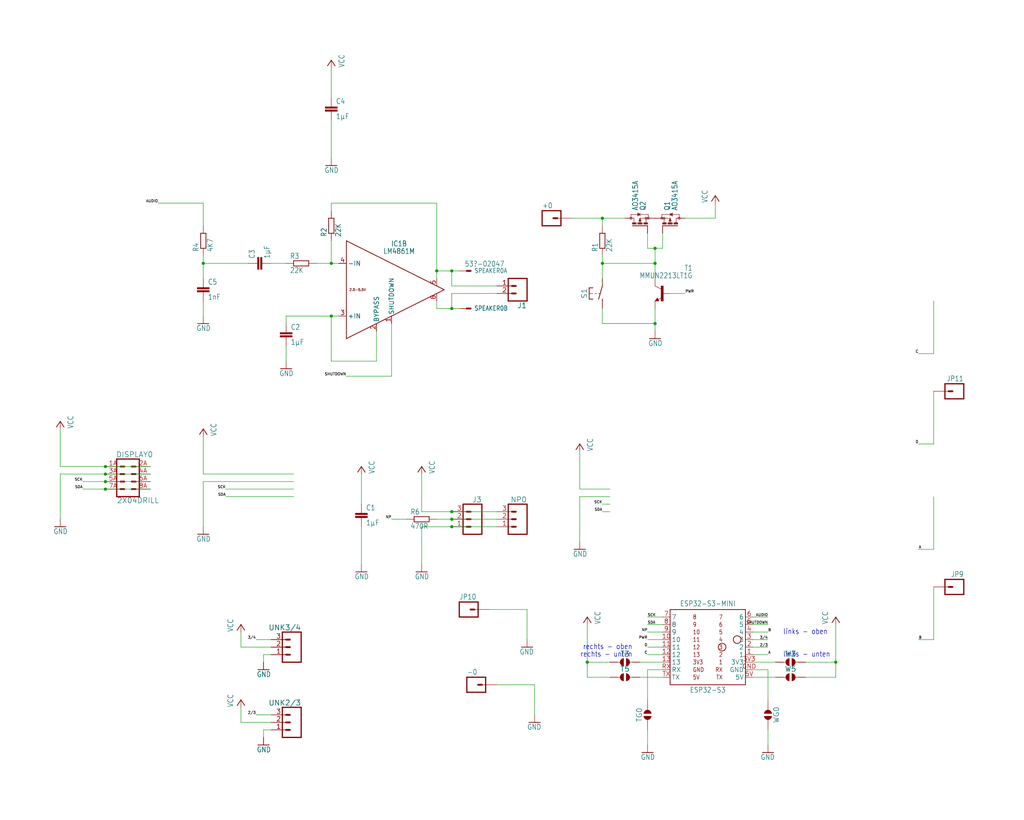
<source format=kicad_sch>
(kicad_sch (version 20250114) (generator "eeschema") (generator_version "9.0")
  (paper "User" 345.44 276.758)
  (lib_symbols
    (symbol "badge-pcb-eagle-import:2X04DRILL"
      (symbol "2X04DRILL_1_0"
        (polyline (pts (xy -3.81 7.62) (xy -3.81 -5.08)) (stroke (width 0.4064)))
        (polyline (pts (xy -3.81 7.62) (xy 3.81 7.62)) (stroke (width 0.4064)))
        (polyline (pts (xy -1.27 5.08) (xy -2.54 5.08)) (stroke (width 0.6096)))
        (polyline (pts (xy -1.27 2.54) (xy -2.54 2.54)) (stroke (width 0.6096)))
        (polyline (pts (xy -1.27 0) (xy -2.54 0)) (stroke (width 0.6096)))
        (polyline (pts (xy -1.27 -2.54) (xy -2.54 -2.54)) (stroke (width 0.6096)))
        (polyline (pts (xy 1.27 5.08) (xy 2.54 5.08)) (stroke (width 0.6096)))
        (polyline (pts (xy 1.27 2.54) (xy 2.54 2.54)) (stroke (width 0.6096)))
        (polyline (pts (xy 1.27 0) (xy 2.54 0)) (stroke (width 0.6096)))
        (polyline (pts (xy 1.27 -2.54) (xy 2.54 -2.54)) (stroke (width 0.6096)))
        (polyline (pts (xy 3.81 -5.08) (xy -3.81 -5.08)) (stroke (width 0.4064)))
        (polyline (pts (xy 3.81 -5.08) (xy 3.81 7.62)) (stroke (width 0.4064)))
        (pin passive line (at -7.62 5.08 0) (length 5.08) (name "1") (number "1A"))
        (pin passive line (at -7.62 2.54 0) (length 5.08) (name "3") (number "3A"))
        (pin passive line (at -7.62 0 0) (length 5.08) (name "5") (number "5A"))
        (pin passive line (at -7.62 -2.54 0) (length 5.08) (name "7") (number "7A"))
        (pin passive line (at 7.62 5.08 180) (length 5.08) (name "2") (number "2A"))
        (pin passive line (at 7.62 2.54 180) (length 5.08) (name "4") (number "4A"))
        (pin passive line (at 7.62 0 180) (length 5.08) (name "6") (number "6A"))
        (pin passive line (at 7.62 -2.54 180) (length 5.08) (name "8") (number "8A"))
      )
    )
    (symbol "badge-pcb-eagle-import:53?-02047"
      (property "Reference" "X" (at 2.54 -0.762 0))
      (symbol "53?-02047_1_0"
        (polyline (pts (xy 1.27 0) (xy 0 0)) (stroke (width 0.6096)))
        (pin passive line (at -2.54 0 0) (length 2.54) (name "S") (number "1"))
      )
      (symbol "53?-02047_2_0"
        (polyline (pts (xy 1.27 0) (xy 0 0)) (stroke (width 0.6096)))
        (pin passive line (at -2.54 0 0) (length 2.54) (name "S") (number "2"))
      )
    )
    (symbol "badge-pcb-eagle-import:BC847"
      (property "Reference" "T" (at -10.16 7.62 0))
      (symbol "BC847_1_0"
        (rectangle (start -0.254 -2.54) (end 0.508 2.54) (fill (type outline)))
        (polyline (pts (xy 1.27 -2.54) (xy 1.778 -1.524)) (stroke (width 0.1524)))
        (polyline (pts (xy 1.524 -2.286) (xy 1.905 -2.286)) (stroke (width 0.254)))
        (polyline (pts (xy 1.524 -2.413) (xy 2.286 -2.413)) (stroke (width 0.254)))
        (polyline (pts (xy 1.54 -2.04) (xy 0.308 -1.424)) (stroke (width 0.1524)))
        (polyline (pts (xy 1.778 -1.524) (xy 2.54 -2.54)) (stroke (width 0.1524)))
        (polyline (pts (xy 1.778 -1.778) (xy 1.524 -2.286)) (stroke (width 0.254)))
        (polyline (pts (xy 1.905 -2.286) (xy 1.778 -2.032)) (stroke (width 0.254)))
        (polyline (pts (xy 2.286 -2.413) (xy 1.778 -1.778)) (stroke (width 0.254)))
        (polyline (pts (xy 2.54 2.54) (xy 0.508 1.524)) (stroke (width 0.1524)))
        (polyline (pts (xy 2.54 -2.54) (xy 1.27 -2.54)) (stroke (width 0.1524)))
        (pin passive line (at -2.54 0 0) (length 2.54) (name "B") (number "1"))
        (pin passive line (at 2.54 5.08 270) (length 2.54) (name "C") (number "3"))
        (pin passive line (at 2.54 -5.08 90) (length 2.54) (name "E") (number "2"))
      )
    )
    (symbol "badge-pcb-eagle-import:C-EUC0603K"
      (property "Reference" "C" (at 1.524 0.381 0))
      (symbol "C-EUC0603K_1_0"
        (rectangle (start -2.032 -1.016) (end 2.032 -0.508) (fill (type outline)))
        (rectangle (start -2.032 -2.032) (end 2.032 -1.524) (fill (type outline)))
        (polyline (pts (xy 0 0) (xy 0 -0.508)) (stroke (width 0.1524)))
        (polyline (pts (xy 0 -2.54) (xy 0 -2.032)) (stroke (width 0.1524)))
        (pin passive line (at 0 2.54 270) (length 2.54) (name "1") (number "1"))
        (pin passive line (at 0 -5.08 90) (length 2.54) (name "2") (number "2"))
      )
    )
    (symbol "badge-pcb-eagle-import:CONN_02"
      (property "Reference" "J" (at -2.54 5.588 0))
      (symbol "CONN_02_1_0"
        (polyline (pts (xy -2.54 5.08) (xy -2.54 -2.54)) (stroke (width 0.4064)))
        (polyline (pts (xy -2.54 5.08) (xy 3.81 5.08)) (stroke (width 0.4064)))
        (polyline (pts (xy 1.27 2.54) (xy 2.54 2.54)) (stroke (width 0.6096)))
        (polyline (pts (xy 1.27 0) (xy 2.54 0)) (stroke (width 0.6096)))
        (polyline (pts (xy 3.81 -2.54) (xy -2.54 -2.54)) (stroke (width 0.4064)))
        (polyline (pts (xy 3.81 -2.54) (xy 3.81 5.08)) (stroke (width 0.4064)))
        (pin passive line (at 7.62 2.54 180) (length 5.08) (name "2") (number "2"))
        (pin passive line (at 7.62 0 180) (length 5.08) (name "1") (number "1"))
      )
    )
    (symbol "badge-pcb-eagle-import:CONN_03"
      (property "Reference" "J" (at -2.54 5.588 0))
      (symbol "CONN_03_1_0"
        (polyline (pts (xy -2.54 5.08) (xy -2.54 -5.08)) (stroke (width 0.4064)))
        (polyline (pts (xy -2.54 5.08) (xy 3.81 5.08)) (stroke (width 0.4064)))
        (polyline (pts (xy 1.27 2.54) (xy 2.54 2.54)) (stroke (width 0.6096)))
        (polyline (pts (xy 1.27 0) (xy 2.54 0)) (stroke (width 0.6096)))
        (polyline (pts (xy 1.27 -2.54) (xy 2.54 -2.54)) (stroke (width 0.6096)))
        (polyline (pts (xy 3.81 -5.08) (xy -2.54 -5.08)) (stroke (width 0.4064)))
        (polyline (pts (xy 3.81 -5.08) (xy 3.81 5.08)) (stroke (width 0.4064)))
        (pin passive line (at 7.62 2.54 180) (length 5.08) (name "3") (number "3"))
        (pin passive line (at 7.62 0 180) (length 5.08) (name "2") (number "2"))
        (pin passive line (at 7.62 -2.54 180) (length 5.08) (name "1") (number "1"))
      )
    )
    (symbol "badge-pcb-eagle-import:CONN_03LONGPADS"
      (property "Reference" "J" (at -2.54 5.588 0))
      (symbol "CONN_03LONGPADS_1_0"
        (polyline (pts (xy -2.54 5.08) (xy -2.54 -5.08)) (stroke (width 0.4064)))
        (polyline (pts (xy -2.54 5.08) (xy 3.81 5.08)) (stroke (width 0.4064)))
        (polyline (pts (xy 1.27 2.54) (xy 2.54 2.54)) (stroke (width 0.6096)))
        (polyline (pts (xy 1.27 0) (xy 2.54 0)) (stroke (width 0.6096)))
        (polyline (pts (xy 1.27 -2.54) (xy 2.54 -2.54)) (stroke (width 0.6096)))
        (polyline (pts (xy 3.81 -5.08) (xy -2.54 -5.08)) (stroke (width 0.4064)))
        (polyline (pts (xy 3.81 -5.08) (xy 3.81 5.08)) (stroke (width 0.4064)))
        (pin passive line (at 7.62 2.54 180) (length 5.08) (name "3") (number "3"))
        (pin passive line (at 7.62 0 180) (length 5.08) (name "2") (number "2"))
        (pin passive line (at 7.62 -2.54 180) (length 5.08) (name "1") (number "1"))
      )
    )
    (symbol "badge-pcb-eagle-import:ESP32-S3-MINI"
      (symbol "ESP32-S3-MINI_1_0"
        (polyline (pts (xy -12.7 12.7) (xy -12.7 -12.7)) (stroke (width 0.254)))
        (circle (center -9.906 -2.54) (radius 1.2951) (stroke (width 0.254)))
        (circle (center -4.826 0) (radius 1.2951) (stroke (width 0.254)))
        (polyline (pts (xy 12.7 12.7) (xy -12.7 12.7)) (stroke (width 0.254)))
        (polyline (pts (xy 12.7 12.7) (xy 12.7 -12.7)) (stroke (width 0.254)))
        (polyline (pts (xy 12.7 -12.7) (xy -12.7 -12.7)) (stroke (width 0.254)))
        (text "TX" (at -5.08 10.16 0) (effects (font (size 1.4224 1.209)) (justify left)))
        (text "RX" (at -5.08 7.62 0) (effects (font (size 1.4224 1.209)) (justify left)))
        (text "1" (at -5.08 5.08 0) (effects (font (size 1.4224 1.209)) (justify left)))
        (text "2" (at -5.08 2.54 0) (effects (font (size 1.4224 1.209)) (justify left)))
        (text "3" (at -5.08 0 0) (effects (font (size 1.4224 1.209)) (justify left)))
        (text "4" (at -5.08 -2.54 0) (effects (font (size 1.4224 1.209)) (justify left)))
        (text "5" (at -5.08 -5.08 0) (effects (font (size 1.4224 1.209)) (justify left)))
        (text "6" (at -5.08 -7.62 0) (effects (font (size 1.4224 1.209)) (justify left)))
        (text "7" (at -5.08 -10.16 0) (effects (font (size 1.4224 1.209)) (justify left)))
        (text "5V" (at 5.08 10.16 0) (effects (font (size 1.4224 1.209)) (justify right)))
        (text "GND" (at 5.08 7.62 0) (effects (font (size 1.4224 1.209)) (justify right)))
        (text "3V3" (at 5.08 5.08 0) (effects (font (size 1.4224 1.209)) (justify right)))
        (text "13" (at 5.08 2.54 0) (effects (font (size 1.4224 1.209)) (justify right)))
        (text "12" (at 5.08 0 0) (effects (font (size 1.4224 1.209)) (justify right)))
        (text "11" (at 5.08 -2.54 0) (effects (font (size 1.4224 1.209)) (justify right)))
        (text "10" (at 5.08 -5.08 0) (effects (font (size 1.4224 1.209)) (justify right)))
        (text "9" (at 5.08 -7.62 0) (effects (font (size 1.4224 1.209)) (justify right)))
        (text "8" (at 5.08 -10.16 0) (effects (font (size 1.4224 1.209)) (justify right)))
        (pin power_in line (at -15.24 10.16 0) (length 2.54) (name "5V") (number "5V"))
        (pin power_in line (at -15.24 7.62 0) (length 2.54) (name "GND") (number "GND"))
        (pin power_in line (at -15.24 5.08 0) (length 2.54) (name "3V3") (number "3V3"))
        (pin bidirectional line (at -15.24 2.54 0) (length 2.54) (name "1") (number "1"))
        (pin bidirectional line (at -15.24 0 0) (length 2.54) (name "2") (number "2"))
        (pin bidirectional line (at -15.24 -2.54 0) (length 2.54) (name "3") (number "3"))
        (pin bidirectional line (at -15.24 -5.08 0) (length 2.54) (name "4") (number "4"))
        (pin bidirectional line (at -15.24 -7.62 0) (length 2.54) (name "5") (number "5"))
        (pin bidirectional line (at -15.24 -10.16 0) (length 2.54) (name "6") (number "6"))
        (pin bidirectional line (at 15.24 10.16 180) (length 2.54) (name "TX") (number "TX"))
        (pin bidirectional line (at 15.24 7.62 180) (length 2.54) (name "RX") (number "RX"))
        (pin bidirectional line (at 15.24 5.08 180) (length 2.54) (name "13") (number "13"))
        (pin bidirectional line (at 15.24 2.54 180) (length 2.54) (name "12") (number "12"))
        (pin bidirectional line (at 15.24 0 180) (length 2.54) (name "11") (number "11"))
        (pin bidirectional line (at 15.24 -2.54 180) (length 2.54) (name "10") (number "10"))
        (pin bidirectional line (at 15.24 -5.08 180) (length 2.54) (name "9") (number "9"))
        (pin bidirectional line (at 15.24 -7.62 180) (length 2.54) (name "8") (number "8"))
        (pin bidirectional line (at 15.24 -10.16 180) (length 2.54) (name "7") (number "7"))
      )
    )
    (symbol "badge-pcb-eagle-import:GND" (power)
      (symbol "GND_1_0"
        (polyline (pts (xy -1.905 0) (xy 1.905 0)) (stroke (width 0.254)))
        (pin power_in line (at 0 2.54 270) (length 2.54) (name "GND") (number "1"))
      )
    )
    (symbol "badge-pcb-eagle-import:JUMPER-SMT_2_NO_SILK"
      (property "Reference" "JP" (at 0 2.794 0))
      (symbol "JUMPER-SMT_2_NO_SILK_1_0"
        (polyline (pts (xy -2.54 0) (xy -1.651 0)) (stroke (width 0.1524)))
        (arc (start -0.381 -1.27) (mid -1.651 0) (end -0.381 1.27) (stroke (width 0.0001)) (fill (type outline)))
        (arc (start 0.381 1.27) (mid 1.651 0) (end 0.381 -1.27) (stroke (width 0.0001)) (fill (type outline)))
        (polyline (pts (xy 2.54 0) (xy 1.651 0)) (stroke (width 0.1524)))
        (pin passive line (at -5.08 0 0) (length 2.54) (name "1") (number "1"))
        (pin passive line (at 5.08 0 180) (length 2.54) (name "2") (number "2"))
      )
    )
    (symbol "badge-pcb-eagle-import:LM4861M"
      (symbol "LM4861M_1_0"
        (text "VCC" (at 1.905 2.54 900) (effects (font (size 1.27 1.0795)) (justify left bottom)))
        (text "GND" (at 1.905 -6.35 900) (effects (font (size 1.27 1.0795)) (justify left bottom)))
        (pin power_in line (at 0 7.62 270) (length 5.08) (name "VCC") (number "6"))
        (pin power_in line (at 0 -7.62 90) (length 5.08) (name "GND") (number "7"))
      )
      (symbol "LM4861M_2_0"
        (polyline (pts (xy -12.7 15.24) (xy -12.7 -17.78)) (stroke (width 0.254)))
        (polyline (pts (xy -12.7 -17.78) (xy 20.32 -1.27)) (stroke (width 0.254)))
        (polyline (pts (xy 20.32 -1.27) (xy -12.7 15.24)) (stroke (width 0.254)))
        (text "2.0-5.5V" (at -8.89 -1.27 0) (effects (font (size 0.8128 0.8128))))
        (pin input line (at -15.24 7.62 0) (length 2.54) (name "-IN") (number "4"))
        (pin input line (at -15.24 -10.16 0) (length 2.54) (name "+IN") (number "3"))
        (pin bidirectional line (at -2.54 -15.24 90) (length 2.54) (name "BYPASS") (number "2"))
        (pin power_in line (at 2.54 -12.7 90) (length 2.54) (name "SHUTDOWN") (number "1"))
        (pin output line (at 17.78 2.54 270) (length 2.54) (name "VO1") (number "5"))
        (pin output line (at 17.78 -5.08 90) (length 2.54) (name "VO2") (number "8"))
      )
    )
    (symbol "badge-pcb-eagle-import:M01OFFSET"
      (property "Reference" "JP" (at -2.54 3.302 0))
      (symbol "M01OFFSET_1_0"
        (polyline (pts (xy -2.54 2.54) (xy -2.54 -2.54)) (stroke (width 0.4064)))
        (polyline (pts (xy -2.54 2.54) (xy 3.81 2.54)) (stroke (width 0.4064)))
        (polyline (pts (xy 1.27 0) (xy 2.54 0)) (stroke (width 0.6096)))
        (polyline (pts (xy 3.81 -2.54) (xy -2.54 -2.54)) (stroke (width 0.4064)))
        (polyline (pts (xy 3.81 -2.54) (xy 3.81 2.54)) (stroke (width 0.4064)))
        (pin passive line (at 7.62 0 180) (length 5.08) (name "1") (number "1"))
      )
    )
    (symbol "badge-pcb-eagle-import:M01PTH"
      (property "Reference" "JP" (at -2.54 3.302 0))
      (symbol "M01PTH_1_0"
        (polyline (pts (xy -2.54 2.54) (xy -2.54 -2.54)) (stroke (width 0.4064)))
        (polyline (pts (xy -2.54 2.54) (xy 3.81 2.54)) (stroke (width 0.4064)))
        (polyline (pts (xy 1.27 0) (xy 2.54 0)) (stroke (width 0.6096)))
        (polyline (pts (xy 3.81 -2.54) (xy -2.54 -2.54)) (stroke (width 0.4064)))
        (polyline (pts (xy 3.81 -2.54) (xy 3.81 2.54)) (stroke (width 0.4064)))
        (pin passive line (at 7.62 0 180) (length 5.08) (name "1") (number "1"))
      )
    )
    (symbol "badge-pcb-eagle-import:MOMENTARY-SWITCH-SPST-21138EM"
      (property "Reference" "S" (at 0 5.08 0))
      (symbol "MOMENTARY-SWITCH-SPST-21138EM_1_0"
        (polyline (pts (xy -2.54 0) (xy 1.905 1.27)) (stroke (width 0.254)))
        (polyline (pts (xy -1.905 4.445) (xy -1.905 3.175)) (stroke (width 0.254)))
        (polyline (pts (xy 0 4.445) (xy -1.905 4.445)) (stroke (width 0.254)))
        (polyline (pts (xy 0 4.445) (xy 0 3.175)) (stroke (width 0.1524)))
        (polyline (pts (xy 0 2.54) (xy 0 1.905)) (stroke (width 0.1524)))
        (polyline (pts (xy 0 1.27) (xy 0 0.635)) (stroke (width 0.1524)))
        (polyline (pts (xy 1.905 4.445) (xy 0 4.445)) (stroke (width 0.254)))
        (polyline (pts (xy 1.905 4.445) (xy 1.905 3.175)) (stroke (width 0.254)))
        (polyline (pts (xy 1.905 0) (xy 2.54 0)) (stroke (width 0.254)))
        (pin passive line (at -5.08 0 0) (length 2.54) (name "1") (number "1"))
        (pin passive line (at -5.08 0 0) (length 2.54) (name "1") (number "2"))
        (pin passive line (at 5.08 0 180) (length 2.54) (name "3") (number "3"))
        (pin passive line (at 5.08 0 180) (length 2.54) (name "3") (number "4"))
      )
    )
    (symbol "badge-pcb-eagle-import:P-CHANNEL_MOSFETIRLML2244TRPBF"
      (symbol "P-CHANNEL_MOSFETIRLML2244TRPBF_1_0"
        (polyline (pts (xy -2.54 2.54) (xy -2.54 -2.54)) (stroke (width 0.254)))
        (rectangle (start -2.032 1.27) (end -1.524 2.54) (fill (type outline)))
        (rectangle (start -2.032 -0.762) (end -1.524 0.762) (fill (type outline)))
        (rectangle (start -2.032 -2.54) (end -1.524 -1.27) (fill (type outline)))
        (polyline (pts (xy -1.524 2.032) (xy 0 2.032)) (stroke (width 0.1524)))
        (polyline (pts (xy -1.524 0) (xy -0.508 0)) (stroke (width 0.1524)))
        (polyline (pts (xy -1.524 -2.032) (xy 0 -2.032)) (stroke (width 0.1524)))
        (polyline (pts (xy -1.016 0.381) (xy -1.016 -0.381)) (stroke (width 0.1524)))
        (polyline (pts (xy -1.016 -0.381) (xy 0 0)) (stroke (width 0.1524)))
        (polyline (pts (xy -0.889 0.127) (xy -0.508 0)) (stroke (width 0.254)))
        (polyline (pts (xy -0.889 -0.127) (xy -0.889 0.127)) (stroke (width 0.254)))
        (polyline (pts (xy -0.508 0) (xy -0.381 0)) (stroke (width 0.1524)))
        (polyline (pts (xy -0.381 0) (xy -0.889 -0.127)) (stroke (width 0.254)))
        (polyline (pts (xy -0.381 0) (xy 0 0)) (stroke (width 0.1524)))
        (circle (center 0 2.794) (radius 0.3592))
        (circle (center 0 2.032) (radius 0.3592))
        (polyline (pts (xy 0 2.032) (xy 0 2.794)) (stroke (width 0.1524)))
        (polyline (pts (xy 0 0) (xy -1.016 0.381)) (stroke (width 0.1524)))
        (polyline (pts (xy 0 0) (xy 0 2.032)) (stroke (width 0.1524)))
        (polyline (pts (xy 0 -2.032) (xy 0 -2.54)) (stroke (width 0.1524)))
        (polyline (pts (xy 0 -3.048) (xy 1.27 -3.048)) (stroke (width 0.1524)))
        (circle (center 0 -3.048) (radius 0.3592))
        (polyline (pts (xy 0.762 0) (xy 1.778 0)) (stroke (width 0.1524)))
        (polyline (pts (xy 0.762 -0.762) (xy 1.778 -0.762)) (stroke (width 0.1524)))
        (polyline (pts (xy 1.016 -0.635) (xy 1.524 -0.635)) (stroke (width 0.254)))
        (polyline (pts (xy 1.27 2.794) (xy 0 2.794)) (stroke (width 0.1524)))
        (polyline (pts (xy 1.27 0) (xy 0.762 -0.762)) (stroke (width 0.1524)))
        (polyline (pts (xy 1.27 0) (xy 1.27 2.794)) (stroke (width 0.1524)))
        (polyline (pts (xy 1.27 -0.254) (xy 1.016 -0.635)) (stroke (width 0.254)))
        (polyline (pts (xy 1.27 -0.254) (xy 1.27 0)) (stroke (width 0.1524)))
        (polyline (pts (xy 1.27 -3.048) (xy 1.27 -0.254)) (stroke (width 0.1524)))
        (polyline (pts (xy 1.524 -0.635) (xy 1.27 -0.254)) (stroke (width 0.254)))
        (polyline (pts (xy 1.778 -0.762) (xy 1.27 0)) (stroke (width 0.1524)))
        (pin passive line (at -5.08 2.54 0) (length 2.54) (name "G") (number "1"))
        (pin passive line (at 0 5.08 270) (length 2.54) (name "S") (number "2"))
        (pin passive line (at 0 -5.08 90) (length 2.54) (name "D") (number "3"))
      )
    )
    (symbol "badge-pcb-eagle-import:R-EU_R0603"
      (property "Reference" "R" (at -3.81 1.4986 0))
      (symbol "R-EU_R0603_1_0"
        (polyline (pts (xy -2.54 -0.889) (xy -2.54 0.889)) (stroke (width 0.254)))
        (polyline (pts (xy -2.54 -0.889) (xy 2.54 -0.889)) (stroke (width 0.254)))
        (polyline (pts (xy 2.54 0.889) (xy -2.54 0.889)) (stroke (width 0.254)))
        (polyline (pts (xy 2.54 -0.889) (xy 2.54 0.889)) (stroke (width 0.254)))
        (pin passive line (at -5.08 0 0) (length 2.54) (name "1") (number "1"))
        (pin passive line (at 5.08 0 180) (length 2.54) (name "2") (number "2"))
      )
    )
    (symbol "badge-pcb-eagle-import:VCC" (power)
      (symbol "VCC_1_0"
        (polyline (pts (xy 0 0) (xy -1.27 -1.905)) (stroke (width 0.254)))
        (polyline (pts (xy 1.27 -1.905) (xy 0 0)) (stroke (width 0.254)))
        (pin power_in line (at 0 -2.54 90) (length 2.54) (name "VCC") (number "1"))
      )
    )
  )
  (text "rechts - unten" (at 213.36 220.98 0) (effects (font (size 1.778 1.5113)) (justify right)))
  (text "links - unten" (at 264.16 220.98 0) (effects (font (size 1.778 1.5113)) (justify left)))
  (text "links - oben" (at 264.16 213.36 0) (effects (font (size 1.778 1.5113)) (justify left)))
  (text "rechts - oben" (at 213.36 218.44 0) (effects (font (size 1.778 1.5113)) (justify right)))
  (junction (at 152.4 172.72))
  (junction (at 35.56 162.56))
  (junction (at 35.56 157.48))
  (junction (at 68.58 88.9))
  (junction (at 203.2 88.9))
  (junction (at 111.76 88.9))
  (junction (at 203.2 73.66))
  (junction (at 220.98 83.82))
  (junction (at 220.98 109.22))
  (junction (at 147.32 91.44))
  (junction (at 198.12 223.52))
  (junction (at 281.94 223.52))
  (junction (at 152.4 91.44))
  (junction (at 35.56 165.1))
  (junction (at 152.4 177.8))
  (junction (at 220.98 88.9))
  (junction (at 152.4 175.26))
  (junction (at 111.76 106.68))
  (junction (at 152.4 104.14))
  (junction (at 35.56 160.02))
  (wire (pts (xy 111.76 22.86) (xy 111.76 33.02)) (stroke (width 0.1524)))
  (wire (pts (xy 241.3 73.66) (xy 231.14 73.66)) (stroke (width 0.1524)))
  (wire (pts (xy 152.4 96.52) (xy 167.64 96.52)) (stroke (width 0.1524)))
  (wire (pts (xy 20.32 175.26) (xy 20.32 160.02)) (stroke (width 0.1524)))
  (wire (pts (xy 314.96 149.86) (xy 309.88 149.86)) (stroke (width 0.1524)))
  (wire (pts (xy 68.58 177.8) (xy 68.58 162.56)) (stroke (width 0.1524)))
  (wire (pts (xy 314.96 149.86) (xy 314.96 132.08)) (stroke (width 0.1524)))
  (wire (pts (xy 111.76 81.28) (xy 111.76 88.9)) (stroke (width 0.1524)))
  (wire (pts (xy 226.06 99.06) (xy 231.14 99.06)) (stroke (width 0.1524)))
  (wire (pts (xy 35.56 162.56) (xy 50.8 162.56)) (stroke (width 0.1524)))
  (wire (pts (xy 218.44 208.28) (xy 223.52 208.28)) (stroke (width 0.1524)))
  (wire (pts (xy 218.44 83.82) (xy 218.44 78.74)) (stroke (width 0.1524)))
  (wire (pts (xy 203.2 172.72) (xy 205.74 172.72)) (stroke (width 0.1524)))
  (wire (pts (xy 198.12 210.82) (xy 198.12 223.52)) (stroke (width 0.1524)))
  (wire (pts (xy 259.08 236.22) (xy 259.08 226.06)) (stroke (width 0.1524)))
  (wire (pts (xy 147.32 91.44) (xy 147.32 68.58)) (stroke (width 0.1524)))
  (wire (pts (xy 20.32 157.48) (xy 35.56 157.48)) (stroke (width 0.1524)))
  (wire (pts (xy 147.32 175.26) (xy 152.4 175.26)) (stroke (width 0.1524)))
  (wire (pts (xy 121.92 160.02) (xy 121.92 170.18)) (stroke (width 0.1524)))
  (wire (pts (xy 281.94 210.82) (xy 281.94 223.52)) (stroke (width 0.1524)))
  (wire (pts (xy 35.56 157.48) (xy 50.8 157.48)) (stroke (width 0.1524)))
  (wire (pts (xy 152.4 91.44) (xy 154.94 91.44)) (stroke (width 0.1524)))
  (wire (pts (xy 111.76 88.9) (xy 114.3 88.9)) (stroke (width 0.1524)))
  (wire (pts (xy 88.9 220.98) (xy 91.44 220.98)) (stroke (width 0.1524)))
  (wire (pts (xy 96.52 109.22) (xy 96.52 106.68)) (stroke (width 0.1524)))
  (wire (pts (xy 50.8 160.02) (xy 35.56 160.02)) (stroke (width 0.1524)))
  (wire (pts (xy 68.58 162.56) (xy 99.06 162.56)) (stroke (width 0.1524)))
  (wire (pts (xy 203.2 76.2) (xy 203.2 73.66)) (stroke (width 0.1524)))
  (wire (pts (xy 218.44 251.46) (xy 218.44 246.38)) (stroke (width 0.1524)))
  (wire (pts (xy 218.44 226.06) (xy 223.52 226.06)) (stroke (width 0.1524)))
  (wire (pts (xy 111.76 68.58) (xy 111.76 71.12)) (stroke (width 0.1524)))
  (wire (pts (xy 195.58 182.88) (xy 195.58 167.64)) (stroke (width 0.1524)))
  (wire (pts (xy 111.76 106.68) (xy 111.76 121.92)) (stroke (width 0.1524)))
  (wire (pts (xy 314.96 215.9) (xy 309.88 215.9)) (stroke (width 0.1524)))
  (wire (pts (xy 121.92 190.5) (xy 121.92 177.8)) (stroke (width 0.1524)))
  (wire (pts (xy 81.28 243.84) (xy 91.44 243.84)) (stroke (width 0.1524)))
  (wire (pts (xy 177.8 205.74) (xy 165.1 205.74)) (stroke (width 0.1524)))
  (wire (pts (xy 88.9 246.38) (xy 91.44 246.38)) (stroke (width 0.1524)))
  (wire (pts (xy 152.4 175.26) (xy 167.64 175.26)) (stroke (width 0.1524)))
  (wire (pts (xy 111.76 53.34) (xy 111.76 40.64)) (stroke (width 0.1524)))
  (wire (pts (xy 180.34 241.3) (xy 180.34 231.14)) (stroke (width 0.1524)))
  (wire (pts (xy 180.34 231.14) (xy 167.64 231.14)) (stroke (width 0.1524)))
  (wire (pts (xy 81.28 238.76) (xy 81.28 243.84)) (stroke (width 0.1524)))
  (wire (pts (xy 68.58 106.68) (xy 68.58 101.6)) (stroke (width 0.1524)))
  (wire (pts (xy 142.24 190.5) (xy 142.24 177.8)) (stroke (width 0.1524)))
  (wire (pts (xy 254 213.36) (xy 259.08 213.36)) (stroke (width 0.1524)))
  (wire (pts (xy 152.4 91.44) (xy 152.4 96.52)) (stroke (width 0.1524)))
  (wire (pts (xy 20.32 160.02) (xy 35.56 160.02)) (stroke (width 0.1524)))
  (wire (pts (xy 195.58 152.4) (xy 195.58 165.1)) (stroke (width 0.1524)))
  (wire (pts (xy 83.82 88.9) (xy 68.58 88.9)) (stroke (width 0.1524)))
  (wire (pts (xy 132.08 127) (xy 116.84 127)) (stroke (width 0.1524)))
  (wire (pts (xy 314.96 215.9) (xy 314.96 198.12)) (stroke (width 0.1524)))
  (wire (pts (xy 132.08 175.26) (xy 137.16 175.26)) (stroke (width 0.1524)))
  (wire (pts (xy 68.58 76.2) (xy 68.58 68.58)) (stroke (width 0.1524)))
  (wire (pts (xy 142.24 160.02) (xy 142.24 172.72)) (stroke (width 0.1524)))
  (wire (pts (xy 152.4 104.14) (xy 154.94 104.14)) (stroke (width 0.1524)))
  (wire (pts (xy 99.06 165.1) (xy 76.2 165.1)) (stroke (width 0.1524)))
  (wire (pts (xy 68.58 68.58) (xy 53.34 68.58)) (stroke (width 0.1524)))
  (wire (pts (xy 195.58 165.1) (xy 205.74 165.1)) (stroke (width 0.1524)))
  (wire (pts (xy 147.32 68.58) (xy 111.76 68.58)) (stroke (width 0.1524)))
  (wire (pts (xy 198.12 223.52) (xy 205.74 223.52)) (stroke (width 0.1524)))
  (wire (pts (xy 218.44 236.22) (xy 218.44 226.06)) (stroke (width 0.1524)))
  (wire (pts (xy 111.76 121.92) (xy 127 121.92)) (stroke (width 0.1524)))
  (wire (pts (xy 203.2 93.98) (xy 203.2 88.9)) (stroke (width 0.1524)))
  (wire (pts (xy 223.52 228.6) (xy 215.9 228.6)) (stroke (width 0.1524)))
  (wire (pts (xy 223.52 218.44) (xy 218.44 218.44)) (stroke (width 0.1524)))
  (wire (pts (xy 76.2 167.64) (xy 99.06 167.64)) (stroke (width 0.1524)))
  (wire (pts (xy 223.52 83.82) (xy 223.52 78.74)) (stroke (width 0.1524)))
  (wire (pts (xy 314.96 185.42) (xy 314.96 167.64)) (stroke (width 0.1524)))
  (wire (pts (xy 152.4 99.06) (xy 167.64 99.06)) (stroke (width 0.1524)))
  (wire (pts (xy 35.56 162.56) (xy 27.94 162.56)) (stroke (width 0.1524)))
  (wire (pts (xy 68.58 93.98) (xy 68.58 88.9)) (stroke (width 0.1524)))
  (wire (pts (xy 96.52 106.68) (xy 111.76 106.68)) (stroke (width 0.1524)))
  (wire (pts (xy 68.58 88.9) (xy 68.58 86.36)) (stroke (width 0.1524)))
  (wire (pts (xy 195.58 167.64) (xy 205.74 167.64)) (stroke (width 0.1524)))
  (wire (pts (xy 96.52 121.92) (xy 96.52 116.84)) (stroke (width 0.1524)))
  (wire (pts (xy 142.24 177.8) (xy 152.4 177.8)) (stroke (width 0.1524)))
  (wire (pts (xy 142.24 172.72) (xy 152.4 172.72)) (stroke (width 0.1524)))
  (wire (pts (xy 152.4 172.72) (xy 167.64 172.72)) (stroke (width 0.1524)))
  (wire (pts (xy 203.2 88.9) (xy 220.98 88.9)) (stroke (width 0.1524)))
  (wire (pts (xy 205.74 228.6) (xy 198.12 228.6)) (stroke (width 0.1524)))
  (wire (pts (xy 254 220.98) (xy 259.08 220.98)) (stroke (width 0.1524)))
  (wire (pts (xy 220.98 83.82) (xy 223.52 83.82)) (stroke (width 0.1524)))
  (wire (pts (xy 254 223.52) (xy 261.62 223.52)) (stroke (width 0.1524)))
  (wire (pts (xy 88.9 248.92) (xy 88.9 246.38)) (stroke (width 0.1524)))
  (wire (pts (xy 68.58 160.02) (xy 99.06 160.02)) (stroke (width 0.1524)))
  (wire (pts (xy 210.82 73.66) (xy 203.2 73.66)) (stroke (width 0.1524)))
  (wire (pts (xy 215.9 223.52) (xy 223.52 223.52)) (stroke (width 0.1524)))
  (wire (pts (xy 218.44 210.82) (xy 223.52 210.82)) (stroke (width 0.1524)))
  (wire (pts (xy 152.4 177.8) (xy 167.64 177.8)) (stroke (width 0.1524)))
  (wire (pts (xy 259.08 226.06) (xy 254 226.06)) (stroke (width 0.1524)))
  (wire (pts (xy 91.44 88.9) (xy 96.52 88.9)) (stroke (width 0.1524)))
  (wire (pts (xy 177.8 215.9) (xy 177.8 205.74)) (stroke (width 0.1524)))
  (wire (pts (xy 203.2 86.36) (xy 203.2 88.9)) (stroke (width 0.1524)))
  (wire (pts (xy 259.08 251.46) (xy 259.08 246.38)) (stroke (width 0.1524)))
  (wire (pts (xy 223.52 213.36) (xy 218.44 213.36)) (stroke (width 0.1524)))
  (wire (pts (xy 281.94 228.6) (xy 281.94 223.52)) (stroke (width 0.1524)))
  (wire (pts (xy 198.12 228.6) (xy 198.12 223.52)) (stroke (width 0.1524)))
  (wire (pts (xy 147.32 93.98) (xy 147.32 91.44)) (stroke (width 0.1524)))
  (wire (pts (xy 220.98 109.22) (xy 220.98 104.14)) (stroke (width 0.1524)))
  (wire (pts (xy 314.96 119.38) (xy 314.96 101.6)) (stroke (width 0.1524)))
  (wire (pts (xy 147.32 91.44) (xy 152.4 91.44)) (stroke (width 0.1524)))
  (wire (pts (xy 114.3 106.68) (xy 111.76 106.68)) (stroke (width 0.1524)))
  (wire (pts (xy 81.28 218.44) (xy 91.44 218.44)) (stroke (width 0.1524)))
  (wire (pts (xy 147.32 101.6) (xy 147.32 104.14)) (stroke (width 0.1524)))
  (wire (pts (xy 254 215.9) (xy 259.08 215.9)) (stroke (width 0.1524)))
  (wire (pts (xy 254 208.28) (xy 259.08 208.28)) (stroke (width 0.1524)))
  (wire (pts (xy 314.96 119.38) (xy 309.88 119.38)) (stroke (width 0.1524)))
  (wire (pts (xy 254 210.82) (xy 259.08 210.82)) (stroke (width 0.1524)))
  (wire (pts (xy 271.78 228.6) (xy 281.94 228.6)) (stroke (width 0.1524)))
  (wire (pts (xy 220.98 88.9) (xy 220.98 83.82)) (stroke (width 0.1524)))
  (wire (pts (xy 220.98 83.82) (xy 218.44 83.82)) (stroke (width 0.1524)))
  (wire (pts (xy 223.52 215.9) (xy 218.44 215.9)) (stroke (width 0.1524)))
  (wire (pts (xy 111.76 88.9) (xy 106.68 88.9)) (stroke (width 0.1524)))
  (wire (pts (xy 132.08 109.22) (xy 132.08 127)) (stroke (width 0.1524)))
  (wire (pts (xy 223.52 220.98) (xy 218.44 220.98)) (stroke (width 0.1524)))
  (wire (pts (xy 241.3 68.58) (xy 241.3 73.66)) (stroke (width 0.1524)))
  (wire (pts (xy 220.98 109.22) (xy 203.2 109.22)) (stroke (width 0.1524)))
  (wire (pts (xy 27.94 165.1) (xy 35.56 165.1)) (stroke (width 0.1524)))
  (wire (pts (xy 281.94 223.52) (xy 271.78 223.52)) (stroke (width 0.1524)))
  (wire (pts (xy 203.2 73.66) (xy 193.04 73.66)) (stroke (width 0.1524)))
  (wire (pts (xy 91.44 215.9) (xy 86.36 215.9)) (stroke (width 0.1524)))
  (wire (pts (xy 88.9 223.52) (xy 88.9 220.98)) (stroke (width 0.1524)))
  (wire (pts (xy 254 228.6) (xy 261.62 228.6)) (stroke (width 0.1524)))
  (wire (pts (xy 220.98 93.98) (xy 220.98 88.9)) (stroke (width 0.1524)))
  (wire (pts (xy 147.32 104.14) (xy 152.4 104.14)) (stroke (width 0.1524)))
  (wire (pts (xy 203.2 109.22) (xy 203.2 104.14)) (stroke (width 0.1524)))
  (wire (pts (xy 81.28 213.36) (xy 81.28 218.44)) (stroke (width 0.1524)))
  (wire (pts (xy 205.74 170.18) (xy 203.2 170.18)) (stroke (width 0.1524)))
  (wire (pts (xy 127 121.92) (xy 127 111.76)) (stroke (width 0.1524)))
  (wire (pts (xy 152.4 104.14) (xy 152.4 99.06)) (stroke (width 0.1524)))
  (wire (pts (xy 50.8 165.1) (xy 35.56 165.1)) (stroke (width 0.1524)))
  (wire (pts (xy 314.96 185.42) (xy 309.88 185.42)) (stroke (width 0.1524)))
  (wire (pts (xy 68.58 147.32) (xy 68.58 160.02)) (stroke (width 0.1524)))
  (wire (pts (xy 20.32 144.78) (xy 20.32 157.48)) (stroke (width 0.1524)))
  (wire (pts (xy 220.98 111.76) (xy 220.98 109.22)) (stroke (width 0.1524)))
  (wire (pts (xy 91.44 241.3) (xy 86.36 241.3)) (stroke (width 0.1524)))
  (wire (pts (xy 254 218.44) (xy 259.08 218.44)) (stroke (width 0.1524)))
  (label "SCK" (at 27.94 162.56 180) (effects (font (size 0.889 0.889))))
  (label "SHUTDOWN" (at 259.08 210.82 180) (effects (font (size 0.889 0.889))))
  (label "3/4" (at 259.08 215.9 180) (effects (font (size 0.889 0.889))))
  (label "B" (at 259.08 213.36 0) (effects (font (size 0.889 0.889))))
  (label "AUDIO" (at 259.08 208.28 180) (effects (font (size 0.889 0.889))))
  (label "2/3" (at 259.08 218.44 180) (effects (font (size 0.889 0.889))))
  (label "D" (at 218.44 218.44 180) (effects (font (size 0.889 0.889))))
  (label "SCK" (at 76.2 165.1 180) (effects (font (size 0.889 0.889))))
  (label "SCK" (at 218.44 208.28 0) (effects (font (size 0.889 0.889))))
  (label "SDA" (at 203.2 172.72 180) (effects (font (size 0.889 0.889))))
  (label "SDA" (at 76.2 167.64 180) (effects (font (size 0.889 0.889))))
  (label "AUDIO" (at 53.34 68.58 180) (effects (font (size 0.889 0.889))))
  (label "C" (at 309.88 119.38 180) (effects (font (size 0.889 0.889))))
  (label "NP" (at 218.44 213.36 180) (effects (font (size 0.889 0.889))))
  (label "2/3" (at 86.36 241.3 180) (effects (font (size 0.889 0.889))))
  (label "SCK" (at 203.2 170.18 180) (effects (font (size 0.889 0.889))))
  (label "A" (at 309.88 185.42 0) (effects (font (size 0.889 0.889))))
  (label "PWR" (at 218.44 215.9 180) (effects (font (size 0.889 0.889))))
  (label "SHUTDOWN" (at 116.84 127 180) (effects (font (size 0.889 0.889))))
  (label "NP" (at 132.08 175.26 180) (effects (font (size 0.889 0.889))))
  (label "A" (at 259.08 220.98 0) (effects (font (size 0.889 0.889))))
  (label "SDA" (at 218.44 210.82 0) (effects (font (size 0.889 0.889))))
  (label "D" (at 309.88 149.86 180) (effects (font (size 0.889 0.889))))
  (label "3/4" (at 86.36 215.9 180) (effects (font (size 0.889 0.889))))
  (label "C" (at 218.44 220.98 180) (effects (font (size 0.889 0.889))))
  (label "PWR" (at 231.14 99.06 0) (effects (font (size 0.889 0.889))))
  (label "B" (at 309.88 215.9 0) (effects (font (size 0.889 0.889))))
  (label "SDA" (at 27.94 165.1 180) (effects (font (size 0.889 0.889))))
  (symbol (lib_id "badge-pcb-eagle-import:CONN_03LONGPADS") (at 175.26 175.26 0) (mirror y) (unit 1)
    (property "Reference" "NP0" (at 177.8 169.672 0) (effects (font (size 1.778 1.778)) (justify left bottom)))
    (property "Value" "455-1750-1-ND" (effects (hide yes)))
    (property "Footprint" "badge-pcb:1X03_LONGPADS" (effects (hide yes)))
  )
  (symbol (lib_id "badge-pcb-eagle-import:GND") (at 142.24 193.04 0) (mirror y) (unit 1)
    (property "Reference" "#GND7" (effects (hide yes)))
    (property "Value" "GND" (at 144.78 195.58 0) (effects (font (size 1.778 1.5113)) (justify left bottom)))
  )
  (symbol (lib_id "badge-pcb-eagle-import:R-EU_R0603") (at 142.24 175.26 0) (unit 1)
    (property "Reference" "R6" (at 138.43 173.7614 0) (effects (font (size 1.778 1.5113)) (justify left bottom)))
    (property "Value" "470R" (at 138.43 178.562 0) (effects (font (size 1.778 1.5113)) (justify left bottom)))
    (property "Footprint" "badge-pcb:R0603" (effects (hide yes)))
  )
  (symbol (lib_id "badge-pcb-eagle-import:GND") (at 96.52 124.46 0) (mirror y) (unit 1)
    (property "Reference" "#GND14" (effects (hide yes)))
    (property "Value" "GND" (at 99.06 127 0) (effects (font (size 1.778 1.5113)) (justify left bottom)))
  )
  (symbol (lib_id "badge-pcb-eagle-import:GND") (at 218.44 254 0) (mirror y) (unit 1)
    (property "Reference" "#GND2" (effects (hide yes)))
    (property "Value" "GND" (at 220.98 256.54 0) (effects (font (size 1.778 1.5113)) (justify left bottom)))
  )
  (symbol (lib_id "badge-pcb-eagle-import:CONN_03") (at 99.06 243.84 0) (mirror y) (unit 1)
    (property "Reference" "UNK2/3" (at 101.6 238.252 0) (effects (font (size 1.778 1.778)) (justify left bottom)))
    (property "Value" "455-1750-1-ND" (effects (hide yes)))
    (property "Footprint" "badge-pcb:1X03" (effects (hide yes)))
  )
  (symbol (lib_id "badge-pcb-eagle-import:2X04DRILL") (at 43.18 162.56 0) (unit 1)
    (property "Reference" "DISPLAY0" (at 39.116 154.432 0) (effects (font (size 1.778 1.778)) (justify left bottom)))
    (property "Value" "2X04DRILL" (at 39.37 169.926 0) (effects (font (size 1.778 1.778)) (justify left bottom)))
    (property "Footprint" "badge-pcb:2X4-DRILL" (effects (hide yes)))
  )
  (symbol (lib_id "badge-pcb-eagle-import:JUMPER-SMT_2_NO_SILK") (at 210.82 223.52 0) (unit 1)
    (property "Reference" "T3" (at 210.82 220.726 0) (effects (font (size 1.778 1.778))))
    (property "Value" "JUMPER-SMT_2_NO_SILK" (effects (hide yes)))
    (property "Footprint" "badge-pcb:SMT-JUMPER_2_NO_SILK" (effects (hide yes)))
  )
  (symbol (lib_id "badge-pcb-eagle-import:JUMPER-SMT_2_NO_SILK") (at 259.08 241.3 270) (mirror x) (unit 1)
    (property "Reference" "WG0" (at 261.874 241.3 0) (effects (font (size 1.778 1.778))))
    (property "Value" "JUMPER-SMT_2_NO_SILK" (effects (hide yes)))
    (property "Footprint" "badge-pcb:SMT-JUMPER_2_NO_SILK" (effects (hide yes)))
  )
  (symbol (lib_id "badge-pcb-eagle-import:R-EU_R0603") (at 203.2 81.28 90) (unit 1)
    (property "Reference" "R1" (at 201.7014 85.09 0) (effects (font (size 1.778 1.5113)) (justify left bottom)))
    (property "Value" "22K" (at 206.502 85.09 0) (effects (font (size 1.778 1.5113)) (justify left bottom)))
    (property "Footprint" "badge-pcb:R0603" (effects (hide yes)))
  )
  (symbol (lib_id "badge-pcb-eagle-import:GND") (at 20.32 177.8 0) (mirror y) (unit 1)
    (property "Reference" "#GND9" (effects (hide yes)))
    (property "Value" "GND" (at 22.86 180.34 0) (effects (font (size 1.778 1.5113)) (justify left bottom)))
  )
  (symbol (lib_id "badge-pcb-eagle-import:M01OFFSET") (at 160.02 231.14 0) (unit 1)
    (property "Reference" "-0" (at 157.48 227.838 0) (effects (font (size 1.778 1.5113)) (justify left bottom)))
    (property "Value" "M01OFFSET" (effects (hide yes)))
    (property "Footprint" "badge-pcb:1X01_OFFSET" (effects (hide yes)))
  )
  (symbol (lib_id "badge-pcb-eagle-import:MOMENTARY-SWITCH-SPST-21138EM") (at 203.2 99.06 90) (mirror x) (unit 1)
    (property "Reference" "S1" (at 198.12 99.06 0) (effects (font (size 1.778 1.778)) (justify bottom)))
    (property "Value" "MOMENTARY-SWITCH-SPST-21138EM" (effects (hide yes)))
    (property "Footprint" "badge-pcb:JTP-1138EM" (effects (hide yes)))
  )
  (symbol (lib_id "badge-pcb-eagle-import:GND") (at 88.9 251.46 0) (mirror y) (unit 1)
    (property "Reference" "#GND10" (effects (hide yes)))
    (property "Value" "GND" (at 91.44 254 0) (effects (font (size 1.778 1.5113)) (justify left bottom)))
  )
  (symbol (lib_id "badge-pcb-eagle-import:GND") (at 88.9 226.06 0) (mirror y) (unit 1)
    (property "Reference" "#GND8" (effects (hide yes)))
    (property "Value" "GND" (at 91.44 228.6 0) (effects (font (size 1.778 1.5113)) (justify left bottom)))
  )
  (symbol (lib_id "badge-pcb-eagle-import:P-CHANNEL_MOSFETIRLML2244TRPBF") (at 226.06 73.66 90) (unit 1)
    (property "Reference" "Q1" (at 226.06 71.12 0) (effects (font (size 1.778 1.5113)) (justify left bottom)))
    (property "Value" "AO3415A" (at 228.6 71.12 0) (effects (font (size 1.778 1.5113)) (justify left bottom)))
    (property "Footprint" "badge-pcb:SOT23-3PIN" (effects (hide yes)))
  )
  (symbol (lib_id "badge-pcb-eagle-import:CONN_03LONGPADS") (at 160.02 175.26 0) (mirror y) (unit 1)
    (property "Reference" "J3" (at 162.56 169.672 0) (effects (font (size 1.778 1.778)) (justify left bottom)))
    (property "Value" "455-1750-1-ND" (effects (hide yes)))
    (property "Footprint" "badge-pcb:1X03_LONGPADS" (effects (hide yes)))
  )
  (symbol (lib_id "badge-pcb-eagle-import:C-EUC0603K") (at 121.92 172.72 0) (unit 1)
    (property "Reference" "C1" (at 123.444 172.339 0) (effects (font (size 1.778 1.5113)) (justify left bottom)))
    (property "Value" "1µF" (at 123.444 177.419 0) (effects (font (size 1.778 1.5113)) (justify left bottom)))
    (property "Footprint" "badge-pcb:C0603K" (effects (hide yes)))
  )
  (symbol (lib_id "badge-pcb-eagle-import:VCC") (at 111.76 20.32 0) (mirror y) (unit 1)
    (property "Reference" "#P+9" (effects (hide yes)))
    (property "Value" "VCC" (at 114.3 22.86 90) (effects (font (size 1.778 1.5113)) (justify left bottom)))
  )
  (symbol (lib_id "badge-pcb-eagle-import:ESP32-S3-MINI") (at 238.76 218.44 180) (unit 1)
    (property "Reference" "ESP32-S3" (at 238.76 231.902 0) (effects (font (size 1.778 1.5113)) (justify bottom)))
    (property "Value" "ESP32-S3-MINI" (at 238.76 204.724 0) (effects (font (size 1.778 1.5113)) (justify top)))
    (property "Footprint" "badge-pcb:ESP32-S3-MINI" (effects (hide yes)))
  )
  (symbol (lib_id "badge-pcb-eagle-import:VCC") (at 121.92 157.48 0) (mirror y) (unit 1)
    (property "Reference" "#P+12" (effects (hide yes)))
    (property "Value" "VCC" (at 124.46 160.02 90) (effects (font (size 1.778 1.5113)) (justify left bottom)))
  )
  (symbol (lib_id "badge-pcb-eagle-import:JUMPER-SMT_2_NO_SILK") (at 266.7 223.52 0) (mirror y) (unit 1)
    (property "Reference" "W3" (at 266.7 220.726 0) (effects (font (size 1.778 1.778))))
    (property "Value" "JUMPER-SMT_2_NO_SILK" (effects (hide yes)))
    (property "Footprint" "badge-pcb:SMT-JUMPER_2_NO_SILK" (effects (hide yes)))
  )
  (symbol (lib_id "badge-pcb-eagle-import:GND") (at 180.34 243.84 0) (unit 1)
    (property "Reference" "#GND1" (effects (hide yes)))
    (property "Value" "GND" (at 177.8 246.38 0) (effects (font (size 1.778 1.5113)) (justify left bottom)))
  )
  (symbol (lib_id "badge-pcb-eagle-import:LM4861M") (at 129.54 96.52 0) (unit 2)
    (property "Reference" "IC1" (at 134.62 81.28 0) (effects (font (size 1.778 1.5113)) (justify top)))
    (property "Value" "LM4861M" (at 134.62 83.82 0) (effects (font (size 1.778 1.5113)) (justify top)))
    (property "Footprint" "badge-pcb:SOIC8" (effects (hide yes)))
  )
  (symbol (lib_id "badge-pcb-eagle-import:C-EUC0603K") (at 111.76 35.56 0) (unit 1)
    (property "Reference" "C4" (at 113.284 35.179 0) (effects (font (size 1.778 1.5113)) (justify left bottom)))
    (property "Value" "1µF" (at 113.284 40.259 0) (effects (font (size 1.778 1.5113)) (justify left bottom)))
    (property "Footprint" "badge-pcb:C0603K" (effects (hide yes)))
  )
  (symbol (lib_id "badge-pcb-eagle-import:VCC") (at 198.12 208.28 0) (mirror y) (unit 1)
    (property "Reference" "#P+2" (effects (hide yes)))
    (property "Value" "VCC" (at 200.66 210.82 90) (effects (font (size 1.778 1.5113)) (justify left bottom)))
  )
  (symbol (lib_id "badge-pcb-eagle-import:GND") (at 195.58 185.42 0) (mirror y) (unit 1)
    (property "Reference" "#GND4" (effects (hide yes)))
    (property "Value" "GND" (at 198.12 187.96 0) (effects (font (size 1.778 1.5113)) (justify left bottom)))
  )
  (symbol (lib_id "badge-pcb-eagle-import:P-CHANNEL_MOSFETIRLML2244TRPBF") (at 215.9 73.66 270) (mirror x) (unit 1)
    (property "Reference" "Q2" (at 215.9 71.12 0) (effects (font (size 1.778 1.5113)) (justify left bottom)))
    (property "Value" "AO3415A" (at 213.36 71.12 0) (effects (font (size 1.778 1.5113)) (justify left bottom)))
    (property "Footprint" "badge-pcb:SOT23-3PIN" (effects (hide yes)))
  )
  (symbol (lib_id "badge-pcb-eagle-import:C-EUC0603K") (at 96.52 111.76 0) (unit 1)
    (property "Reference" "C2" (at 98.044 111.379 0) (effects (font (size 1.778 1.5113)) (justify left bottom)))
    (property "Value" "1µF" (at 98.044 116.459 0) (effects (font (size 1.778 1.5113)) (justify left bottom)))
    (property "Footprint" "badge-pcb:C0603K" (effects (hide yes)))
  )
  (symbol (lib_id "badge-pcb-eagle-import:R-EU_R0603") (at 101.6 88.9 0) (unit 1)
    (property "Reference" "R3" (at 97.79 87.4014 0) (effects (font (size 1.778 1.5113)) (justify left bottom)))
    (property "Value" "22K" (at 97.79 92.202 0) (effects (font (size 1.778 1.5113)) (justify left bottom)))
    (property "Footprint" "badge-pcb:R0603" (effects (hide yes)))
  )
  (symbol (lib_id "badge-pcb-eagle-import:VCC") (at 81.28 210.82 0) (unit 1)
    (property "Reference" "#P+8" (effects (hide yes)))
    (property "Value" "VCC" (at 78.74 213.36 90) (effects (font (size 1.778 1.5113)) (justify left bottom)))
  )
  (symbol (lib_id "badge-pcb-eagle-import:VCC") (at 68.58 144.78 0) (mirror y) (unit 1)
    (property "Reference" "#P+6" (effects (hide yes)))
    (property "Value" "VCC" (at 71.12 147.32 90) (effects (font (size 1.778 1.5113)) (justify left bottom)))
  )
  (symbol (lib_id "badge-pcb-eagle-import:M01PTH") (at 157.48 205.74 0) (unit 1)
    (property "Reference" "JP10" (at 154.94 202.438 0) (effects (font (size 1.778 1.5113)) (justify left bottom)))
    (property "Value" "M01PTH" (effects (hide yes)))
    (property "Footprint" "badge-pcb:M01_1X01" (effects (hide yes)))
  )
  (symbol (lib_id "badge-pcb-eagle-import:BC847") (at 223.52 99.06 0) (mirror y) (unit 1)
    (property "Reference" "T1" (at 233.68 91.44 0) (effects (font (size 1.778 1.5113)) (justify left bottom)))
    (property "Value" "MMUN2213LT1G" (at 233.68 93.98 0) (effects (font (size 1.778 1.5113)) (justify left bottom)))
    (property "Footprint" "badge-pcb:SOT23" (effects (hide yes)))
  )
  (symbol (lib_id "badge-pcb-eagle-import:GND") (at 177.8 218.44 0) (unit 1)
    (property "Reference" "#GND15" (effects (hide yes)))
    (property "Value" "GND" (at 175.26 220.98 0) (effects (font (size 1.778 1.5113)) (justify left bottom)))
  )
  (symbol (lib_id "badge-pcb-eagle-import:C-EUC0603K") (at 86.36 88.9 90) (unit 1)
    (property "Reference" "C3" (at 85.979 87.376 0) (effects (font (size 1.778 1.5113)) (justify left bottom)))
    (property "Value" "1µF" (at 91.059 87.376 0) (effects (font (size 1.778 1.5113)) (justify left bottom)))
    (property "Footprint" "badge-pcb:C0603K" (effects (hide yes)))
  )
  (symbol (lib_id "badge-pcb-eagle-import:C-EUC0603K") (at 68.58 96.52 0) (unit 1)
    (property "Reference" "C5" (at 70.104 96.139 0) (effects (font (size 1.778 1.5113)) (justify left bottom)))
    (property "Value" "1nF" (at 70.104 101.219 0) (effects (font (size 1.778 1.5113)) (justify left bottom)))
    (property "Footprint" "badge-pcb:C0603K" (effects (hide yes)))
  )
  (symbol (lib_id "badge-pcb-eagle-import:CONN_03") (at 99.06 218.44 0) (mirror y) (unit 1)
    (property "Reference" "UNK3/4" (at 101.6 212.852 0) (effects (font (size 1.778 1.778)) (justify left bottom)))
    (property "Value" "455-1750-1-ND" (effects (hide yes)))
    (property "Footprint" "badge-pcb:1X03" (effects (hide yes)))
  )
  (symbol (lib_id "badge-pcb-eagle-import:GND") (at 259.08 254 0) (unit 1)
    (property "Reference" "#GND3" (effects (hide yes)))
    (property "Value" "GND" (at 256.54 256.54 0) (effects (font (size 1.778 1.5113)) (justify left bottom)))
  )
  (symbol (lib_id "badge-pcb-eagle-import:VCC") (at 20.32 142.24 0) (mirror y) (unit 1)
    (property "Reference" "#P+3" (effects (hide yes)))
    (property "Value" "VCC" (at 22.86 144.78 90) (effects (font (size 1.778 1.5113)) (justify left bottom)))
  )
  (symbol (lib_id "badge-pcb-eagle-import:GND") (at 220.98 114.3 0) (mirror y) (unit 1)
    (property "Reference" "#GND5" (effects (hide yes)))
    (property "Value" "GND" (at 223.52 116.84 0) (effects (font (size 1.778 1.5113)) (justify left bottom)))
  )
  (symbol (lib_id "badge-pcb-eagle-import:53?-02047") (at 157.48 104.14 0) (unit 2)
    (property "Reference" "SPEAKER0" (at 160.02 104.902 0) (effects (font (size 1.524 1.2954)) (justify left bottom)))
    (property "Value" "53?-02047" (effects (hide yes)))
    (property "Footprint" "badge-pcb:53047-02" (effects (hide yes)))
  )
  (symbol (lib_id "badge-pcb-eagle-import:GND") (at 111.76 55.88 0) (mirror y) (unit 1)
    (property "Reference" "#GND11" (effects (hide yes)))
    (property "Value" "GND" (at 114.3 58.42 0) (effects (font (size 1.778 1.5113)) (justify left bottom)))
  )
  (symbol (lib_id "badge-pcb-eagle-import:JUMPER-SMT_2_NO_SILK") (at 266.7 228.6 0) (mirror y) (unit 1)
    (property "Reference" "W5" (at 266.7 225.806 0) (effects (font (size 1.778 1.778))))
    (property "Value" "JUMPER-SMT_2_NO_SILK" (effects (hide yes)))
    (property "Footprint" "badge-pcb:SMT-JUMPER_2_NO_SILK" (effects (hide yes)))
  )
  (symbol (lib_id "badge-pcb-eagle-import:53?-02047") (at 157.48 91.44 0) (unit 1)
    (property "Reference" "SPEAKER0" (at 160.02 92.202 0) (effects (font (size 1.524 1.2954)) (justify left bottom)))
    (property "Value" "53?-02047" (at 156.718 90.043 0) (effects (font (size 1.778 1.5113)) (justify left bottom)))
    (property "Footprint" "badge-pcb:53047-02" (effects (hide yes)))
  )
  (symbol (lib_id "badge-pcb-eagle-import:CONN_02") (at 175.26 96.52 180) (unit 1)
    (property "Reference" "J1" (at 177.8 102.108 0) (effects (font (size 1.778 1.778)) (justify left bottom)))
    (property "Value" "CONN_02" (effects (hide yes)))
    (property "Footprint" "badge-pcb:1X02" (effects (hide yes)))
  )
  (symbol (lib_id "badge-pcb-eagle-import:M01OFFSET") (at 185.42 73.66 0) (unit 1)
    (property "Reference" "+0" (at 182.88 70.358 0) (effects (font (size 1.778 1.5113)) (justify left bottom)))
    (property "Value" "M01OFFSET" (effects (hide yes)))
    (property "Footprint" "badge-pcb:1X01_OFFSET" (effects (hide yes)))
  )
  (symbol (lib_id "badge-pcb-eagle-import:VCC") (at 81.28 236.22 0) (unit 1)
    (property "Reference" "#P+10" (effects (hide yes)))
    (property "Value" "VCC" (at 78.74 238.76 90) (effects (font (size 1.778 1.5113)) (justify left bottom)))
  )
  (symbol (lib_id "badge-pcb-eagle-import:VCC") (at 142.24 157.48 0) (mirror y) (unit 1)
    (property "Reference" "#P+7" (effects (hide yes)))
    (property "Value" "VCC" (at 144.78 160.02 90) (effects (font (size 1.778 1.5113)) (justify left bottom)))
  )
  (symbol (lib_id "badge-pcb-eagle-import:GND") (at 68.58 109.22 0) (mirror y) (unit 1)
    (property "Reference" "#GND13" (effects (hide yes)))
    (property "Value" "GND" (at 71.12 111.76 0) (effects (font (size 1.778 1.5113)) (justify left bottom)))
  )
  (symbol (lib_id "badge-pcb-eagle-import:JUMPER-SMT_2_NO_SILK") (at 218.44 241.3 90) (unit 1)
    (property "Reference" "TG0" (at 215.646 241.3 0) (effects (font (size 1.778 1.778))))
    (property "Value" "JUMPER-SMT_2_NO_SILK" (effects (hide yes)))
    (property "Footprint" "badge-pcb:SMT-JUMPER_2_NO_SILK" (effects (hide yes)))
  )
  (symbol (lib_id "badge-pcb-eagle-import:M01OFFSET") (at 322.58 132.08 180) (unit 1)
    (property "Reference" "JP11" (at 325.12 128.778 0) (effects (font (size 1.778 1.5113)) (justify left top)))
    (property "Value" "M01OFFSET" (effects (hide yes)))
    (property "Footprint" "badge-pcb:1X01_OFFSET" (effects (hide yes)))
  )
  (symbol (lib_id "badge-pcb-eagle-import:VCC") (at 195.58 149.86 0) (mirror y) (unit 1)
    (property "Reference" "#P+5" (effects (hide yes)))
    (property "Value" "VCC" (at 198.12 152.4 90) (effects (font (size 1.778 1.5113)) (justify left bottom)))
  )
  (symbol (lib_id "badge-pcb-eagle-import:R-EU_R0603") (at 68.58 81.28 90) (unit 1)
    (property "Reference" "R4" (at 67.0814 85.09 0) (effects (font (size 1.778 1.5113)) (justify left bottom)))
    (property "Value" "4K7" (at 71.882 85.09 0) (effects (font (size 1.778 1.5113)) (justify left bottom)))
    (property "Footprint" "badge-pcb:R0603" (effects (hide yes)))
  )
  (symbol (lib_id "badge-pcb-eagle-import:VCC") (at 241.3 66.04 0) (unit 1)
    (property "Reference" "#P+1" (effects (hide yes)))
    (property "Value" "VCC" (at 238.76 68.58 90) (effects (font (size 1.778 1.5113)) (justify left bottom)))
  )
  (symbol (lib_id "badge-pcb-eagle-import:JUMPER-SMT_2_NO_SILK") (at 210.82 228.6 0) (mirror y) (unit 1)
    (property "Reference" "T5" (at 210.82 225.806 0) (effects (font (size 1.778 1.778))))
    (property "Value" "JUMPER-SMT_2_NO_SILK" (effects (hide yes)))
    (property "Footprint" "badge-pcb:SMT-JUMPER_2_NO_SILK" (effects (hide yes)))
  )
  (symbol (lib_id "badge-pcb-eagle-import:M01OFFSET") (at 322.58 198.12 180) (unit 1)
    (property "Reference" "JP9" (at 325.12 194.818 0) (effects (font (size 1.778 1.5113)) (justify left top)))
    (property "Value" "M01OFFSET" (effects (hide yes)))
    (property "Footprint" "badge-pcb:1X01_OFFSET" (effects (hide yes)))
  )
  (symbol (lib_id "badge-pcb-eagle-import:GND") (at 121.92 193.04 0) (mirror y) (unit 1)
    (property "Reference" "#GND12" (effects (hide yes)))
    (property "Value" "GND" (at 124.46 195.58 0) (effects (font (size 1.778 1.5113)) (justify left bottom)))
  )
  (symbol (lib_id "badge-pcb-eagle-import:VCC") (at 281.94 208.28 0) (unit 1)
    (property "Reference" "#P+4" (effects (hide yes)))
    (property "Value" "VCC" (at 279.4 210.82 90) (effects (font (size 1.778 1.5113)) (justify left bottom)))
  )
  (symbol (lib_id "badge-pcb-eagle-import:R-EU_R0603") (at 111.76 76.2 90) (unit 1)
    (property "Reference" "R2" (at 110.2614 80.01 0) (effects (font (size 1.778 1.5113)) (justify left bottom)))
    (property "Value" "22K" (at 115.062 80.01 0) (effects (font (size 1.778 1.5113)) (justify left bottom)))
    (property "Footprint" "badge-pcb:R0603" (effects (hide yes)))
  )
  (symbol (lib_id "badge-pcb-eagle-import:GND") (at 68.58 180.34 0) (mirror y) (unit 1)
    (property "Reference" "#GND6" (effects (hide yes)))
    (property "Value" "GND" (at 71.12 182.88 0) (effects (font (size 1.778 1.5113)) (justify left bottom)))
  )
)
</source>
